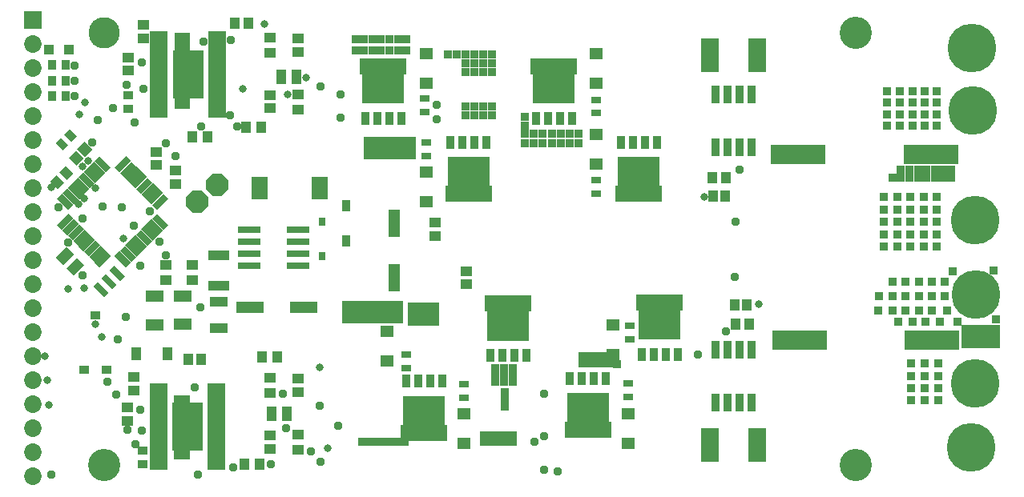
<source format=gbr>
G04 EAGLE Gerber RS-274X export*
G75*
%MOMM*%
%FSLAX34Y34*%
%LPD*%
%INSoldermask Top*%
%IPPOS*%
%AMOC8*
5,1,8,0,0,1.08239X$1,22.5*%
G01*
G04 Define Apertures*
%ADD10C,3.303200*%
%ADD11C,3.403200*%
%ADD12R,1.115200X1.601000*%
%ADD13R,2.894000X1.265200*%
%ADD14R,1.956600X1.115200*%
%ADD15R,1.265200X2.894000*%
%ADD16R,0.983200X1.193200*%
%ADD17R,1.193200X0.983200*%
%ADD18R,0.822000X1.157200*%
%ADD19R,0.782000X0.857200*%
%ADD20R,2.403200X0.803200*%
%ADD21R,1.703200X2.403200*%
%ADD22R,2.209800X1.117600*%
%ADD23R,1.953200X1.303200*%
%ADD24R,1.153200X1.103200*%
%ADD25R,1.103200X0.853200*%
%ADD26R,1.103200X1.153200*%
%ADD27R,1.703200X0.753200*%
%ADD28R,0.753200X1.703200*%
%ADD29R,1.347000X1.192200*%
%ADD30R,1.003200X0.653200*%
%ADD31R,0.853200X1.113200*%
%ADD32R,1.143200X0.953200*%
%ADD33R,0.811200X1.042200*%
%ADD34R,0.853200X1.953200*%
%ADD35R,1.093200X1.183200*%
%ADD36R,1.036000X0.958800*%
%ADD37R,1.183200X1.093200*%
%ADD38R,1.113200X1.423200*%
%ADD39R,1.003200X1.103200*%
%ADD40P,2.58431X8X22.5*%
%ADD41R,0.711200X1.651000*%
%ADD42R,0.903200X1.353200*%
%ADD43R,4.903200X1.703200*%
%ADD44R,4.403200X3.303200*%
%ADD45R,1.853200X1.853200*%
%ADD46C,1.853200*%
%ADD47R,5.815000X2.001800*%
%ADD48R,1.853200X0.653200*%
%ADD49R,3.203200X5.203200*%
%ADD50C,5.153200*%
%ADD51R,1.981200X3.581400*%
%ADD52C,0.959600*%
%ADD53C,0.809600*%
%ADD54R,0.959600X0.959600*%
%ADD55R,0.809600X0.809600*%
D10*
X95250Y482600D03*
D11*
X95250Y25400D03*
X889000Y25400D03*
X889000Y482600D03*
D12*
X282011Y436000D03*
X297989Y436000D03*
D13*
X248865Y192600D03*
X305935Y192600D03*
D14*
X216000Y198458D03*
X216000Y170542D03*
D12*
G36*
X66366Y245254D02*
X74252Y237368D01*
X62932Y226048D01*
X55046Y233934D01*
X66366Y245254D01*
G37*
G36*
X55068Y256552D02*
X62954Y248666D01*
X51634Y237346D01*
X43748Y245232D01*
X55068Y256552D01*
G37*
D15*
X401300Y281135D03*
X401300Y224065D03*
D16*
X247000Y492728D03*
X233000Y492728D03*
D17*
X136500Y477278D03*
X136500Y491278D03*
X120000Y457000D03*
X120000Y443000D03*
D18*
X350500Y262958D03*
X350500Y300042D03*
D19*
X325000Y283042D03*
X325000Y246958D03*
D20*
X248300Y262050D03*
X300300Y262050D03*
X248300Y274750D03*
X248300Y249350D03*
X248300Y236650D03*
X300300Y274750D03*
X300300Y249350D03*
X300300Y236650D03*
D21*
X322900Y319100D03*
X258900Y319100D03*
D22*
X215900Y215398D03*
X215900Y247402D03*
D23*
X178000Y174500D03*
X178000Y204500D03*
D24*
X188000Y237500D03*
X188000Y221500D03*
D25*
X120000Y417250D03*
X120000Y402750D03*
D26*
X188400Y372500D03*
X204400Y372500D03*
X244900Y383000D03*
X260900Y383000D03*
D24*
X300000Y418000D03*
X300000Y402000D03*
X270000Y478000D03*
X270000Y462000D03*
D27*
G36*
X62579Y286551D02*
X50537Y274509D01*
X45211Y279835D01*
X57253Y291877D01*
X62579Y286551D01*
G37*
G36*
X68236Y280895D02*
X56194Y268853D01*
X50868Y274179D01*
X62910Y286221D01*
X68236Y280895D01*
G37*
G36*
X73893Y275238D02*
X61851Y263196D01*
X56525Y268522D01*
X68567Y280564D01*
X73893Y275238D01*
G37*
G36*
X79550Y269581D02*
X67508Y257539D01*
X62182Y262865D01*
X74224Y274907D01*
X79550Y269581D01*
G37*
G36*
X85207Y263924D02*
X73165Y251882D01*
X67839Y257208D01*
X79881Y269250D01*
X85207Y263924D01*
G37*
G36*
X90864Y258267D02*
X78822Y246225D01*
X73496Y251551D01*
X85538Y263593D01*
X90864Y258267D01*
G37*
G36*
X96521Y252610D02*
X84479Y240568D01*
X79153Y245894D01*
X91195Y257936D01*
X96521Y252610D01*
G37*
G36*
X102177Y246953D02*
X90135Y234911D01*
X84809Y240237D01*
X96851Y252279D01*
X102177Y246953D01*
G37*
D28*
G36*
X123391Y240237D02*
X118065Y234911D01*
X106023Y246953D01*
X111349Y252279D01*
X123391Y240237D01*
G37*
G36*
X129047Y245894D02*
X123721Y240568D01*
X111679Y252610D01*
X117005Y257936D01*
X129047Y245894D01*
G37*
G36*
X134704Y251551D02*
X129378Y246225D01*
X117336Y258267D01*
X122662Y263593D01*
X134704Y251551D01*
G37*
G36*
X140361Y257208D02*
X135035Y251882D01*
X122993Y263924D01*
X128319Y269250D01*
X140361Y257208D01*
G37*
G36*
X146018Y262865D02*
X140692Y257539D01*
X128650Y269581D01*
X133976Y274907D01*
X146018Y262865D01*
G37*
G36*
X151675Y268522D02*
X146349Y263196D01*
X134307Y275238D01*
X139633Y280564D01*
X151675Y268522D01*
G37*
G36*
X157332Y274179D02*
X152006Y268853D01*
X139964Y280895D01*
X145290Y286221D01*
X157332Y274179D01*
G37*
G36*
X162989Y279835D02*
X157663Y274509D01*
X145621Y286551D01*
X150947Y291877D01*
X162989Y279835D01*
G37*
D27*
G36*
X162989Y307765D02*
X150947Y295723D01*
X145621Y301049D01*
X157663Y313091D01*
X162989Y307765D01*
G37*
G36*
X157332Y313421D02*
X145290Y301379D01*
X139964Y306705D01*
X152006Y318747D01*
X157332Y313421D01*
G37*
G36*
X151675Y319078D02*
X139633Y307036D01*
X134307Y312362D01*
X146349Y324404D01*
X151675Y319078D01*
G37*
G36*
X146018Y324735D02*
X133976Y312693D01*
X128650Y318019D01*
X140692Y330061D01*
X146018Y324735D01*
G37*
G36*
X140361Y330392D02*
X128319Y318350D01*
X122993Y323676D01*
X135035Y335718D01*
X140361Y330392D01*
G37*
G36*
X134704Y336049D02*
X122662Y324007D01*
X117336Y329333D01*
X129378Y341375D01*
X134704Y336049D01*
G37*
G36*
X129047Y341706D02*
X117005Y329664D01*
X111679Y334990D01*
X123721Y347032D01*
X129047Y341706D01*
G37*
G36*
X123391Y347363D02*
X111349Y335321D01*
X106023Y340647D01*
X118065Y352689D01*
X123391Y347363D01*
G37*
D28*
G36*
X102177Y340647D02*
X96851Y335321D01*
X84809Y347363D01*
X90135Y352689D01*
X102177Y340647D01*
G37*
G36*
X96521Y334990D02*
X91195Y329664D01*
X79153Y341706D01*
X84479Y347032D01*
X96521Y334990D01*
G37*
G36*
X90864Y329333D02*
X85538Y324007D01*
X73496Y336049D01*
X78822Y341375D01*
X90864Y329333D01*
G37*
G36*
X85207Y323676D02*
X79881Y318350D01*
X67839Y330392D01*
X73165Y335718D01*
X85207Y323676D01*
G37*
G36*
X79550Y318019D02*
X74224Y312693D01*
X62182Y324735D01*
X67508Y330061D01*
X79550Y318019D01*
G37*
G36*
X73893Y312362D02*
X68567Y307036D01*
X56525Y319078D01*
X61851Y324404D01*
X73893Y312362D01*
G37*
G36*
X68236Y306705D02*
X62910Y301379D01*
X50868Y313421D01*
X56194Y318747D01*
X68236Y306705D01*
G37*
G36*
X62579Y301049D02*
X57253Y295723D01*
X45211Y307765D01*
X50537Y313091D01*
X62579Y301049D01*
G37*
D17*
X270000Y417000D03*
X270000Y403000D03*
X300000Y477000D03*
X300000Y463000D03*
D29*
X435000Y429387D03*
X435000Y460613D03*
X615000Y429387D03*
X615000Y460613D03*
X615000Y344387D03*
X615000Y375613D03*
X435000Y335613D03*
X435000Y304387D03*
D30*
X433900Y413400D03*
X433900Y399400D03*
X435000Y353000D03*
X435000Y367000D03*
X615000Y412000D03*
X615000Y398000D03*
X615000Y327000D03*
X615000Y313000D03*
D17*
X445000Y268000D03*
X445000Y282000D03*
D16*
X183700Y137500D03*
X197700Y137500D03*
D17*
X126500Y104500D03*
X126500Y118500D03*
X119500Y72500D03*
X119500Y86500D03*
D25*
X136000Y26750D03*
X136000Y41250D03*
D26*
X262000Y140000D03*
X278000Y140000D03*
X243400Y27000D03*
X259400Y27000D03*
D24*
X300000Y58000D03*
X300000Y42000D03*
X270000Y118000D03*
X270000Y102000D03*
D12*
X272011Y80000D03*
X287989Y80000D03*
D17*
X270000Y57000D03*
X270000Y43000D03*
X300000Y117000D03*
X300000Y103000D03*
D29*
X475000Y79613D03*
X475000Y48387D03*
X648500Y79613D03*
X648500Y48387D03*
X632500Y173613D03*
X632500Y142387D03*
X394000Y135887D03*
X394000Y167113D03*
D30*
X475500Y97000D03*
X475500Y111000D03*
X414000Y142500D03*
X414000Y128500D03*
X648500Y98000D03*
X648500Y112000D03*
X650500Y173000D03*
X650500Y159000D03*
D17*
X478000Y231000D03*
X478000Y217000D03*
D31*
X40000Y449000D03*
X54000Y449000D03*
X40000Y432500D03*
X54000Y432500D03*
X40000Y416500D03*
X54000Y416500D03*
D24*
X160500Y237500D03*
X160500Y221500D03*
D23*
X148500Y174000D03*
X148500Y204000D03*
D17*
X170000Y337000D03*
X170000Y323000D03*
X150000Y357000D03*
X150000Y343000D03*
D32*
G36*
X44379Y332461D02*
X52461Y324379D01*
X45721Y317639D01*
X37639Y325721D01*
X44379Y332461D01*
G37*
G36*
X54279Y342361D02*
X62361Y334279D01*
X55621Y327539D01*
X47539Y335621D01*
X54279Y342361D01*
G37*
D33*
G36*
X56978Y364610D02*
X51242Y358874D01*
X43874Y366242D01*
X49610Y371978D01*
X56978Y364610D01*
G37*
G36*
X66126Y373758D02*
X60390Y368022D01*
X53022Y375390D01*
X58758Y381126D01*
X66126Y373758D01*
G37*
D34*
X779050Y418000D03*
X766350Y418000D03*
X753650Y418000D03*
X740950Y418000D03*
X740950Y362000D03*
X753650Y362000D03*
X766350Y362000D03*
X779050Y362000D03*
X740950Y92000D03*
X753650Y92000D03*
X766350Y92000D03*
X779050Y92000D03*
X779050Y148000D03*
X766350Y148000D03*
X753650Y148000D03*
X740950Y148000D03*
D35*
X751500Y310000D03*
X738500Y310000D03*
D16*
X752000Y330000D03*
X738000Y330000D03*
D35*
X761200Y195000D03*
X774200Y195000D03*
D16*
X762600Y174600D03*
X776600Y174600D03*
D36*
X74050Y126578D03*
X97550Y126578D03*
X85800Y184022D03*
D37*
G36*
X65086Y358452D02*
X73452Y350086D01*
X65722Y342356D01*
X57356Y350722D01*
X65086Y358452D01*
G37*
G36*
X74278Y367644D02*
X82644Y359278D01*
X74914Y351548D01*
X66548Y359914D01*
X74278Y367644D01*
G37*
D38*
X161550Y143524D03*
X129050Y143524D03*
D39*
X37000Y465000D03*
X58000Y465000D03*
D40*
X214000Y322500D03*
X193500Y304000D03*
D41*
G36*
X99866Y208193D02*
X94837Y203164D01*
X83164Y214837D01*
X88193Y219866D01*
X99866Y208193D01*
G37*
G36*
X91649Y223322D02*
X96678Y228351D01*
X108351Y216678D01*
X103322Y211649D01*
X91649Y223322D01*
G37*
G36*
X100134Y231807D02*
X105163Y236836D01*
X116836Y225163D01*
X111807Y220134D01*
X100134Y231807D01*
G37*
D42*
X679050Y367370D03*
X666350Y367370D03*
X653650Y367370D03*
X640950Y367370D03*
D43*
X660000Y312630D03*
D44*
X660000Y335620D03*
D42*
X499050Y367370D03*
X486350Y367370D03*
X473650Y367370D03*
X460950Y367370D03*
D43*
X480000Y312630D03*
D44*
X480000Y335620D03*
D42*
X370950Y392630D03*
X383650Y392630D03*
X396350Y392630D03*
X409050Y392630D03*
D43*
X390000Y447370D03*
D44*
X390000Y424380D03*
D42*
X550950Y392630D03*
X563650Y392630D03*
X576350Y392630D03*
X589050Y392630D03*
D43*
X570000Y447370D03*
D44*
X570000Y424380D03*
D42*
X452050Y114370D03*
X439350Y114370D03*
X426650Y114370D03*
X413950Y114370D03*
D43*
X433000Y59630D03*
D44*
X433000Y82620D03*
D42*
X502950Y141630D03*
X515650Y141630D03*
X528350Y141630D03*
X541050Y141630D03*
D43*
X522000Y196370D03*
D44*
X522000Y173380D03*
D42*
X625050Y117370D03*
X612350Y117370D03*
X599650Y117370D03*
X586950Y117370D03*
D43*
X606000Y62630D03*
D44*
X606000Y85620D03*
D42*
X662950Y142630D03*
X675650Y142630D03*
X688350Y142630D03*
X701050Y142630D03*
D43*
X682000Y197370D03*
D44*
X682000Y174380D03*
D45*
X20000Y496300D03*
D46*
X20000Y470900D03*
X20000Y445500D03*
X20000Y420100D03*
X20000Y394700D03*
X20000Y369300D03*
X20000Y343900D03*
X20000Y318500D03*
X20000Y293100D03*
X20000Y267700D03*
X20000Y242300D03*
X20000Y216900D03*
X20000Y191500D03*
X20000Y166100D03*
X20000Y140700D03*
X20000Y115300D03*
X20000Y89900D03*
X20000Y64500D03*
X20000Y39100D03*
X20000Y13700D03*
D47*
X828563Y354500D03*
X968437Y354500D03*
X830063Y158000D03*
X969937Y158000D03*
D48*
X213500Y24250D03*
X213500Y30750D03*
X213500Y37250D03*
X213500Y43750D03*
X213500Y50250D03*
X213500Y56750D03*
X213500Y63250D03*
X213500Y69750D03*
X213500Y76250D03*
X213500Y82750D03*
X213500Y89250D03*
X213500Y95750D03*
X213500Y102250D03*
X213500Y108750D03*
X152500Y108750D03*
X152500Y102250D03*
X152500Y95750D03*
X152500Y89250D03*
X152500Y82750D03*
X152500Y76250D03*
X152500Y69750D03*
X152500Y63250D03*
X152500Y56750D03*
X152500Y50250D03*
X152500Y43750D03*
X152500Y37250D03*
X152500Y30750D03*
X152500Y24250D03*
D49*
X183000Y66500D03*
D48*
X214000Y396750D03*
X214000Y403250D03*
X214000Y409750D03*
X214000Y416250D03*
X214000Y422750D03*
X214000Y429250D03*
X214000Y435750D03*
X214000Y442250D03*
X214000Y448750D03*
X214000Y455250D03*
X214000Y461750D03*
X214000Y468250D03*
X214000Y474750D03*
X214000Y481250D03*
X153000Y481250D03*
X153000Y474750D03*
X153000Y468250D03*
X153000Y461750D03*
X153000Y455250D03*
X153000Y448750D03*
X153000Y442250D03*
X153000Y435750D03*
X153000Y429250D03*
X153000Y422750D03*
X153000Y416250D03*
X153000Y409750D03*
X153000Y403250D03*
X153000Y396750D03*
D49*
X183500Y439000D03*
D50*
X1013000Y401000D03*
X1011628Y466928D03*
X1015000Y112000D03*
X1011500Y44000D03*
X1015500Y284500D03*
X1016000Y206500D03*
D51*
X734854Y459000D03*
X785146Y459000D03*
X734854Y47000D03*
X785146Y47000D03*
D52*
X93500Y299000D03*
X88000Y390500D03*
X197000Y192500D03*
X722000Y142500D03*
X560000Y101500D03*
X560000Y56500D03*
X574500Y19000D03*
X194500Y15500D03*
X191000Y108000D03*
X761000Y224500D03*
X762000Y283500D03*
X446500Y407000D03*
X446500Y391500D03*
X344500Y418000D03*
X344500Y393500D03*
D53*
X288500Y418000D03*
X241500Y424000D03*
D52*
X200000Y474000D03*
X197500Y384000D03*
X324000Y426000D03*
X108000Y100500D03*
X109500Y159000D03*
X118000Y182500D03*
X133500Y237000D03*
X136500Y423500D03*
X126500Y279000D03*
X119000Y428000D03*
X134500Y451500D03*
X127500Y388000D03*
X313500Y40000D03*
X284000Y101000D03*
X271500Y26500D03*
X342500Y67000D03*
D53*
X331000Y43500D03*
X323000Y129000D03*
D52*
X134500Y62000D03*
X153500Y262000D03*
D53*
X78000Y347500D03*
X74500Y409000D03*
X68500Y396500D03*
X72500Y341500D03*
X56500Y212000D03*
X74000Y213000D03*
D52*
X160500Y247500D03*
X143500Y294500D03*
D53*
X92500Y161000D03*
X115000Y265000D03*
X68000Y301500D03*
X35000Y115500D03*
X74000Y307500D03*
X37000Y89500D03*
D52*
X46500Y298500D03*
D54*
X975000Y421000D03*
X975000Y409000D03*
X975000Y397000D03*
X975000Y385000D03*
X962000Y385000D03*
X962000Y397000D03*
X962000Y409000D03*
X962000Y421000D03*
X949000Y421000D03*
X949000Y409000D03*
X949000Y397000D03*
X949000Y385000D03*
X936000Y385000D03*
X936000Y397000D03*
X936000Y409000D03*
X936000Y421000D03*
X922000Y421000D03*
X922000Y409000D03*
X922000Y397000D03*
X922000Y385000D03*
D52*
X752000Y167500D03*
X170000Y352500D03*
X766500Y338500D03*
X160500Y366000D03*
D53*
X86000Y175000D03*
X86000Y319000D03*
D55*
X420500Y177000D03*
X428500Y177000D03*
X436500Y177000D03*
X444500Y177000D03*
X444500Y185000D03*
X436500Y185000D03*
X428500Y185000D03*
X420500Y185000D03*
X420500Y193000D03*
X428500Y193000D03*
X436500Y193000D03*
X444500Y193000D03*
X406500Y195000D03*
X398500Y195000D03*
X390500Y195000D03*
X406500Y187500D03*
X398500Y187500D03*
X390500Y187500D03*
X390500Y180000D03*
X398500Y180000D03*
X406500Y180000D03*
X382500Y180000D03*
X382500Y187500D03*
X382500Y195000D03*
X374500Y195000D03*
X374500Y187500D03*
X374500Y180000D03*
X366500Y180000D03*
X366500Y187500D03*
X366500Y195000D03*
X358500Y180000D03*
X358500Y187500D03*
X358500Y195000D03*
X350500Y180000D03*
X350500Y187500D03*
X350500Y195000D03*
X600500Y140500D03*
X607500Y140500D03*
X614500Y140500D03*
X621500Y140500D03*
X636500Y132500D03*
X600500Y133000D03*
X607500Y133000D03*
X614500Y133000D03*
X621500Y133000D03*
X628500Y133000D03*
X373500Y369000D03*
X381000Y369000D03*
X388500Y369000D03*
X396000Y369000D03*
X404000Y369000D03*
X412000Y369000D03*
X420000Y369000D03*
X420000Y361500D03*
X412000Y361500D03*
X404000Y361500D03*
X396000Y361500D03*
X388500Y361500D03*
X381000Y361500D03*
X373500Y361500D03*
X373500Y353500D03*
X381000Y353500D03*
X388500Y353500D03*
X396000Y353500D03*
X404000Y353500D03*
X412000Y353500D03*
X420000Y353500D03*
D54*
X549000Y376000D03*
X558500Y376000D03*
X568000Y376000D03*
X577500Y376000D03*
X587000Y376000D03*
X596500Y376000D03*
X549000Y366000D03*
X558500Y366000D03*
X568000Y366000D03*
X577500Y366000D03*
X587000Y366000D03*
X596500Y366000D03*
X539500Y366000D03*
X539500Y376000D03*
X539500Y385000D03*
X539500Y394000D03*
X1005000Y169500D03*
X1013000Y169500D03*
X1021000Y169500D03*
X1029000Y169500D03*
X1029000Y161500D03*
X1021000Y161500D03*
X1013000Y161500D03*
X1005000Y161500D03*
X1005000Y153500D03*
X1013000Y153500D03*
X1021000Y153500D03*
X1029000Y153500D03*
X1037000Y169500D03*
X1037000Y161500D03*
X1037000Y153500D03*
X946000Y330000D03*
X955000Y330000D03*
X964000Y330000D03*
X973000Y330000D03*
X937000Y330000D03*
X946000Y338000D03*
X937000Y338000D03*
X928000Y330000D03*
X973000Y338000D03*
X964000Y338000D03*
X990000Y330000D03*
X990000Y338000D03*
X955000Y338000D03*
X173000Y95500D03*
X173000Y78500D03*
X173000Y70000D03*
X173000Y61500D03*
X173000Y53000D03*
X173000Y44500D03*
X173000Y36000D03*
X181000Y36000D03*
X181000Y44500D03*
X181000Y53000D03*
X181000Y61500D03*
X181000Y70000D03*
X181000Y78500D03*
X181000Y87000D03*
X181000Y95500D03*
X173500Y407000D03*
X173500Y415000D03*
X173500Y423000D03*
X173500Y431000D03*
X173500Y439000D03*
X173500Y447000D03*
X173500Y455000D03*
X173500Y471000D03*
X173500Y479000D03*
X181500Y479000D03*
X181500Y471000D03*
X181500Y463000D03*
X181500Y455000D03*
X181500Y447000D03*
X181500Y439000D03*
X181500Y431000D03*
X181500Y423000D03*
X181500Y415000D03*
X181500Y407000D03*
D52*
X39000Y15500D03*
X231500Y23000D03*
X287500Y65000D03*
D53*
X787000Y196000D03*
X729500Y309500D03*
X264000Y492500D03*
X308500Y435500D03*
D52*
X235500Y383500D03*
X56500Y261000D03*
X72500Y226500D03*
D54*
X173500Y463000D03*
D52*
X104000Y403000D03*
X128400Y48000D03*
D54*
X173000Y87000D03*
D52*
X119500Y63000D03*
X82000Y367000D03*
X63500Y416000D03*
X63500Y432500D03*
X64000Y448500D03*
X113924Y298000D03*
X98000Y114000D03*
D54*
X981596Y338000D03*
X981596Y330000D03*
X913000Y189500D03*
X914000Y204500D03*
X956000Y204500D03*
X970000Y204500D03*
X970000Y189500D03*
X956000Y189500D03*
X942000Y189500D03*
X928000Y189500D03*
X934000Y177500D03*
X949000Y177500D03*
X963000Y177500D03*
X978000Y177500D03*
X983000Y204500D03*
X986000Y189500D03*
X997000Y177500D03*
X942000Y219500D03*
X956000Y219500D03*
X970000Y219500D03*
X1035000Y231500D03*
X1037000Y179500D03*
X928000Y219500D03*
X942000Y204500D03*
X928000Y204500D03*
X992000Y230500D03*
X983000Y219500D03*
D52*
X323000Y88500D03*
X323500Y29000D03*
D55*
X496500Y50000D03*
X504000Y50000D03*
X511500Y50000D03*
X519000Y50000D03*
X526500Y50000D03*
X526500Y57500D03*
X519000Y57500D03*
X511500Y57500D03*
X504000Y57500D03*
X496500Y57500D03*
X367500Y50000D03*
X375000Y50000D03*
X382500Y50000D03*
X390000Y50000D03*
X397500Y50000D03*
X405000Y50000D03*
X412500Y50000D03*
X518000Y102500D03*
X508500Y128500D03*
X517500Y128500D03*
X526500Y128500D03*
X526500Y121000D03*
X517500Y121000D03*
X508500Y121000D03*
X518000Y95000D03*
X518000Y87500D03*
X508500Y113500D03*
X517500Y113500D03*
X526500Y113500D03*
D54*
X476500Y451000D03*
X486000Y451000D03*
X495500Y451000D03*
X505000Y451000D03*
X505000Y441500D03*
X495500Y441500D03*
X486000Y441500D03*
X476500Y441500D03*
X476500Y405000D03*
X486000Y405000D03*
X495500Y405000D03*
X505000Y405000D03*
X505000Y396000D03*
X495500Y396000D03*
X486000Y396000D03*
X476500Y396000D03*
X360500Y464500D03*
X369500Y464500D03*
X378500Y464500D03*
X387500Y464500D03*
X396500Y464500D03*
X405500Y464500D03*
X414500Y464500D03*
X476500Y460000D03*
X486000Y460000D03*
X495500Y460000D03*
X505000Y460000D03*
X467500Y460000D03*
X458000Y460000D03*
X360500Y476500D03*
X369500Y476500D03*
X378500Y476500D03*
X387500Y476500D03*
X396500Y476500D03*
X405500Y476500D03*
X414500Y476500D03*
D53*
X39000Y319500D03*
X32500Y140500D03*
D54*
X976000Y133000D03*
X976000Y120000D03*
X976000Y107000D03*
X976000Y94000D03*
X962000Y94000D03*
X962000Y107000D03*
X962000Y120000D03*
X948000Y94000D03*
X948000Y107000D03*
X948000Y120000D03*
X948000Y133000D03*
X962000Y133000D03*
D52*
X228000Y395500D03*
X229000Y475000D03*
X559500Y20500D03*
X550000Y50000D03*
D54*
X975000Y309000D03*
X975000Y296000D03*
X975000Y283000D03*
X975000Y270000D03*
X975000Y257000D03*
X961000Y309000D03*
X961000Y296000D03*
X961000Y283000D03*
X961000Y270000D03*
X961000Y257000D03*
X947000Y309000D03*
X947000Y296000D03*
X947000Y283000D03*
X947000Y270000D03*
X947000Y257000D03*
X933000Y309000D03*
X933000Y296000D03*
X933000Y283000D03*
X933000Y270000D03*
X933000Y257000D03*
X919000Y309000D03*
X919000Y296000D03*
X919000Y283000D03*
X919000Y270000D03*
X919000Y257000D03*
D52*
X133000Y84500D03*
X72500Y286500D03*
M02*

</source>
